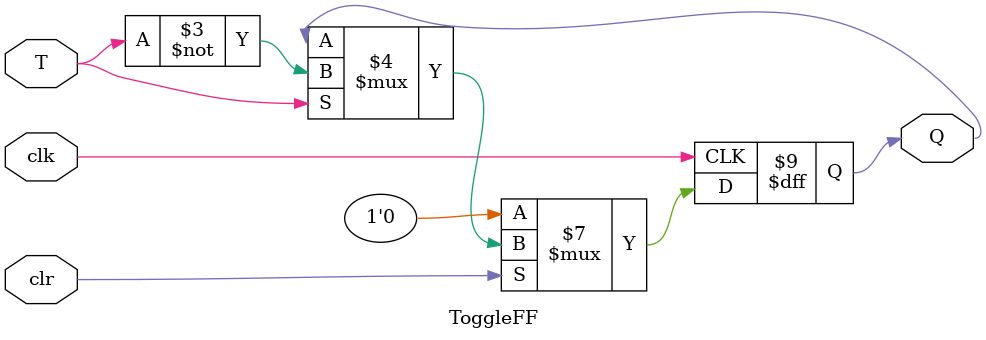
<source format=v>
module ToggleFF(T, clk, clr, Q);

	input T, clk, clr;
	output reg Q;
	
	always @(posedge clk) begin
		
		if(!clr) begin
			Q <= 1'b0;
		end
		else if (T) begin
			Q <= ~T;
		end
	end
	
endmodule

</source>
